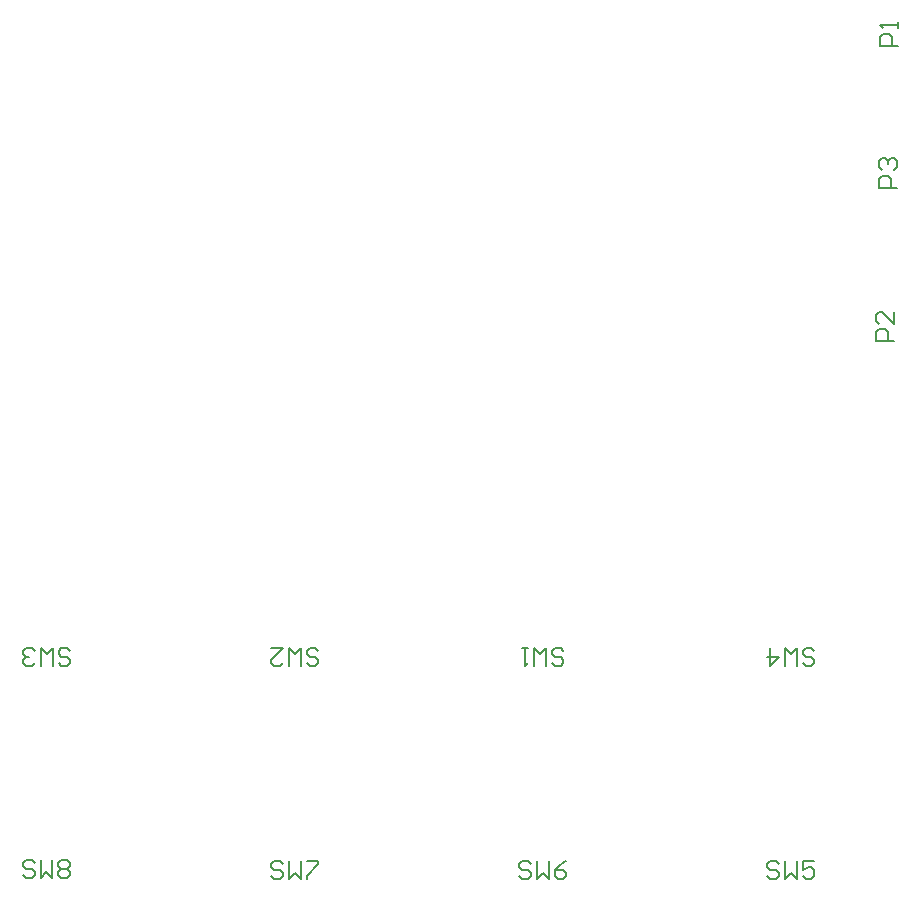
<source format=gbr>
%TF.GenerationSoftware,Altium Limited,Altium Designer,21.6.4 (81)*%
G04 Layer_Color=8388736*
%FSLAX43Y43*%
%MOMM*%
%TF.SameCoordinates,6460C9BA-4ACB-47D4-91E6-0B69D92CFE26*%
%TF.FilePolarity,Positive*%
%TF.FileFunction,Other,Top_Designator*%
%TF.Part,Single*%
G01*
G75*
%TA.AperFunction,NonConductor*%
%ADD52C,0.150*%
D52*
X90975Y61725D02*
X89475D01*
Y62475D01*
X89725Y62725D01*
X90225D01*
X90475Y62475D01*
Y61725D01*
X89725Y63225D02*
X89475Y63475D01*
Y63975D01*
X89725Y64225D01*
X89975D01*
X90225Y63975D01*
Y63725D01*
Y63975D01*
X90475Y64225D01*
X90725D01*
X90975Y63975D01*
Y63475D01*
X90725Y63225D01*
X90750Y48750D02*
X89250D01*
Y49500D01*
X89500Y49750D01*
X90000D01*
X90250Y49500D01*
Y48750D01*
X90750Y51250D02*
Y50250D01*
X89750Y51250D01*
X89500D01*
X89250Y51000D01*
Y50500D01*
X89500Y50250D01*
X91075Y73775D02*
X89575D01*
Y74525D01*
X89825Y74775D01*
X90325D01*
X90575Y74525D01*
Y73775D01*
X91075Y75275D02*
Y75775D01*
Y75525D01*
X89575D01*
X89825Y75275D01*
X17975Y4550D02*
X17725Y4800D01*
X17226D01*
X16976Y4550D01*
Y4300D01*
X17226Y4050D01*
X17725D01*
X17975Y3800D01*
Y3550D01*
X17725Y3300D01*
X17226D01*
X16976Y3550D01*
X18475Y4800D02*
Y3300D01*
X18975Y3800D01*
X19475Y3300D01*
Y4800D01*
X19975Y4550D02*
X20225Y4800D01*
X20724D01*
X20974Y4550D01*
Y4300D01*
X20724Y4050D01*
X20974Y3800D01*
Y3550D01*
X20724Y3300D01*
X20225D01*
X19975Y3550D01*
Y3800D01*
X20225Y4050D01*
X19975Y4300D01*
Y4550D01*
X20225Y4050D02*
X20724D01*
X81000Y4500D02*
X80750Y4750D01*
X80251D01*
X80001Y4500D01*
Y4250D01*
X80251Y4000D01*
X80750D01*
X81000Y3750D01*
Y3500D01*
X80750Y3250D01*
X80251D01*
X80001Y3500D01*
X81500Y4750D02*
Y3250D01*
X82000Y3750D01*
X82500Y3250D01*
Y4750D01*
X83999D02*
X83000D01*
Y4000D01*
X83500Y4250D01*
X83749D01*
X83999Y4000D01*
Y3500D01*
X83749Y3250D01*
X83250D01*
X83000Y3500D01*
X39000Y4500D02*
X38750Y4750D01*
X38251D01*
X38001Y4500D01*
Y4250D01*
X38251Y4000D01*
X38750D01*
X39000Y3750D01*
Y3500D01*
X38750Y3250D01*
X38251D01*
X38001Y3500D01*
X39500Y4750D02*
Y3250D01*
X40000Y3750D01*
X40500Y3250D01*
Y4750D01*
X41000D02*
X41999D01*
Y4500D01*
X41000Y3500D01*
Y3250D01*
X60000Y4500D02*
X59750Y4750D01*
X59251D01*
X59001Y4500D01*
Y4250D01*
X59251Y4000D01*
X59750D01*
X60000Y3750D01*
Y3500D01*
X59750Y3250D01*
X59251D01*
X59001Y3500D01*
X60500Y4750D02*
Y3250D01*
X61000Y3750D01*
X61500Y3250D01*
Y4750D01*
X62999D02*
X62500Y4500D01*
X62000Y4000D01*
Y3500D01*
X62250Y3250D01*
X62749D01*
X62999Y3500D01*
Y3750D01*
X62749Y4000D01*
X62000D01*
X83000Y21500D02*
X83250Y21250D01*
X83749D01*
X83999Y21500D01*
Y21750D01*
X83749Y22000D01*
X83250D01*
X83000Y22250D01*
Y22500D01*
X83250Y22750D01*
X83749D01*
X83999Y22500D01*
X82500Y21250D02*
Y22750D01*
X82000Y22250D01*
X81500Y22750D01*
Y21250D01*
X80251Y22750D02*
Y21250D01*
X81000Y22000D01*
X80001D01*
X61750Y21500D02*
X62000Y21250D01*
X62500D01*
X62749Y21500D01*
Y21750D01*
X62500Y22000D01*
X62000D01*
X61750Y22250D01*
Y22500D01*
X62000Y22750D01*
X62500D01*
X62749Y22500D01*
X61250Y21250D02*
Y22750D01*
X60750Y22250D01*
X60250Y22750D01*
Y21250D01*
X59750Y22750D02*
X59251D01*
X59500D01*
Y21250D01*
X59750Y21500D01*
X41000D02*
X41250Y21250D01*
X41749D01*
X41999Y21500D01*
Y21750D01*
X41749Y22000D01*
X41250D01*
X41000Y22250D01*
Y22500D01*
X41250Y22750D01*
X41749D01*
X41999Y22500D01*
X40500Y21250D02*
Y22750D01*
X40000Y22250D01*
X39500Y22750D01*
Y21250D01*
X38001Y22750D02*
X39000D01*
X38001Y21750D01*
Y21500D01*
X38251Y21250D01*
X38750D01*
X39000Y21500D01*
X20000D02*
X20250Y21250D01*
X20749D01*
X20999Y21500D01*
Y21750D01*
X20749Y22000D01*
X20250D01*
X20000Y22250D01*
Y22500D01*
X20250Y22750D01*
X20749D01*
X20999Y22500D01*
X19500Y21250D02*
Y22750D01*
X19000Y22250D01*
X18500Y22750D01*
Y21250D01*
X18000Y21500D02*
X17750Y21250D01*
X17251D01*
X17001Y21500D01*
Y21750D01*
X17251Y22000D01*
X17500D01*
X17251D01*
X17001Y22250D01*
Y22500D01*
X17251Y22750D01*
X17750D01*
X18000Y22500D01*
%TF.MD5,818ae78d1c3f47b5f0cf47278ed72121*%
M02*

</source>
